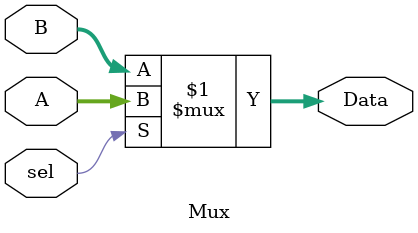
<source format=v>
`timescale 1ns/1ns
module Mux (A, B, sel, Data);
    parameter size = 10;
    input [size-1:0] A, B;
    input sel;
    output [size-1:0] Data;
    assign Data = sel ? A : B;

endmodule
</source>
